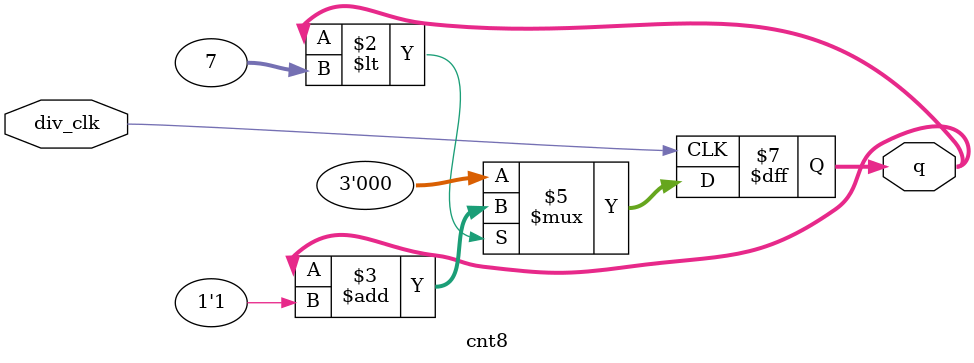
<source format=v>
module cnt8(div_clk,q);
input div_clk;
output [2:0] q;
reg [2:0]q;   
parameter num=7;

always @(posedge div_clk)
begin
if(q<num)
begin
q<=q+1'b1;
end
else begin q<=0;
end
end
endmodule

</source>
